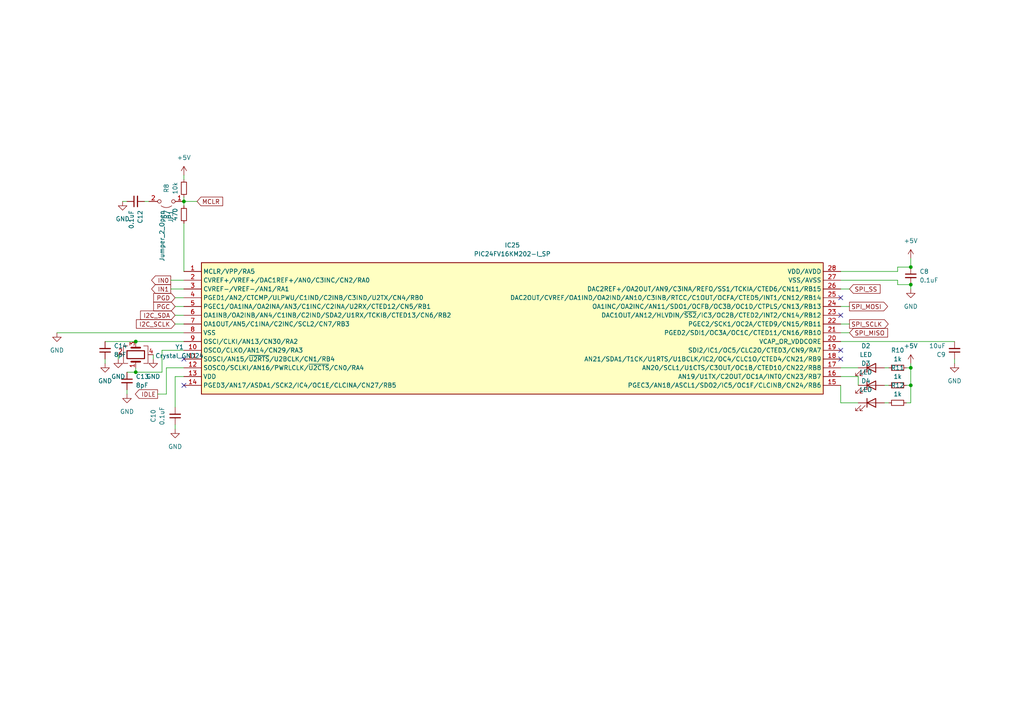
<source format=kicad_sch>
(kicad_sch (version 20230121) (generator eeschema)
  (paper "A4")
  (lib_symbols
    (symbol "Device:C_Small" (pin_numbers hide) (pin_names (offset 0.254) hide)
      (property "Reference" "C" (at 0.254 1.778 0))
      (property "Value" "C_Small" (at 0.254 -2.032 0))
      (symbol "C_Small_0_1"
        (polyline (pts (xy -1.524 -0.508) (xy 1.524 -0.508)) (stroke (width 0.3302)))
        (polyline (pts (xy -1.524 0.508) (xy 1.524 0.508)) (stroke (width 0.3048)))
      )
      (symbol "C_Small_1_1"
        (pin passive line (at 0 2.54 270) (length 2.032) (name "~") (number "1"))
        (pin passive line (at 0 -2.54 90) (length 2.032) (name "~") (number "2"))
      )
    )
    (symbol "Device:Crystal_GND24" (pin_names (offset 1.016) hide)
      (property "Reference" "Y" (at 3.175 5.08 0))
      (property "Value" "Crystal_GND24" (at 3.175 3.175 0))
      (symbol "Crystal_GND24_0_1"
        (rectangle (start -1.143 2.54) (end 1.143 -2.54) (stroke (width 0.3048)))
        (polyline (pts (xy -2.54 0) (xy -2.032 0)))
        (polyline (pts (xy -2.032 -1.27) (xy -2.032 1.27)) (stroke (width 0.508)))
        (polyline (pts (xy 0 -3.81) (xy 0 -3.556)))
        (polyline (pts (xy 0 3.556) (xy 0 3.81)))
        (polyline (pts (xy 2.032 -1.27) (xy 2.032 1.27)) (stroke (width 0.508)))
        (polyline (pts (xy 2.032 0) (xy 2.54 0)))
        (polyline (pts (xy -2.54 -2.286) (xy -2.54 -3.556) (xy 2.54 -3.556) (xy 2.54 -2.286)))
        (polyline (pts (xy -2.54 2.286) (xy -2.54 3.556) (xy 2.54 3.556) (xy 2.54 2.286)))
      )
      (symbol "Crystal_GND24_1_1"
        (pin passive line (at -3.81 0 0) (length 1.27) (name "1") (number "1"))
        (pin passive line (at 0 5.08 270) (length 1.27) (name "2") (number "2"))
        (pin passive line (at 3.81 0 180) (length 1.27) (name "3") (number "3"))
        (pin passive line (at 0 -5.08 90) (length 1.27) (name "4") (number "4"))
      )
    )
    (symbol "Device:LED" (pin_numbers hide) (pin_names (offset 1.016) hide)
      (property "Reference" "D" (at 0 2.54 0))
      (property "Value" "LED" (at 0 -2.54 0))
      (symbol "LED_0_1"
        (polyline (pts (xy -1.27 -1.27) (xy -1.27 1.27)) (stroke (width 0.254)))
        (polyline (pts (xy -1.27 0) (xy 1.27 0)))
        (polyline (pts (xy 1.27 -1.27) (xy 1.27 1.27) (xy -1.27 0) (xy 1.27 -1.27)) (stroke (width 0.254)))
        (polyline (pts (xy -3.048 -0.762) (xy -4.572 -2.286) (xy -3.81 -2.286) (xy -4.572 -2.286) (xy -4.572 -1.524)))
        (polyline (pts (xy -1.778 -0.762) (xy -3.302 -2.286) (xy -2.54 -2.286) (xy -3.302 -2.286) (xy -3.302 -1.524)))
      )
      (symbol "LED_1_1"
        (pin passive line (at -3.81 0 0) (length 2.54) (name "K") (number "1"))
        (pin passive line (at 3.81 0 180) (length 2.54) (name "A") (number "2"))
      )
    )
    (symbol "Device:R_Small" (pin_numbers hide) (pin_names (offset 0.254) hide)
      (property "Reference" "R" (at 0.762 0.508 0))
      (property "Value" "R_Small" (at 0.762 -1.016 0))
      (symbol "R_Small_0_1"
        (rectangle (start -0.762 1.778) (end 0.762 -1.778) (stroke (width 0.2032)))
      )
      (symbol "R_Small_1_1"
        (pin passive line (at 0 2.54 270) (length 0.762) (name "~") (number "1"))
        (pin passive line (at 0 -2.54 90) (length 0.762) (name "~") (number "2"))
      )
    )
    (symbol "Jumper:Jumper_2_Open" (pin_names (offset 0) hide)
      (property "Reference" "JP" (at 0 2.794 0))
      (property "Value" "Jumper_2_Open" (at 0 -2.286 0))
      (symbol "Jumper_2_Open_0_0"
        (circle (center -2.032 0) (radius 0.508))
        (circle (center 2.032 0) (radius 0.508))
      )
      (symbol "Jumper_2_Open_0_1"
        (arc (start 1.524 1.27) (mid 0 1.778) (end -1.524 1.27))
      )
      (symbol "Jumper_2_Open_1_1"
        (pin passive line (at -5.08 0 0) (length 2.54) (name "A") (number "1"))
        (pin passive line (at 5.08 0 180) (length 2.54) (name "B") (number "2"))
      )
    )
    (symbol "PIC24FV16KM202-I_SP:PIC24FV16KM202-I_SP"
      (property "Reference" "IC" (at 186.69 7.62 0))
      (property "Value" "PIC24FV16KM202-I_SP" (at 186.69 5.08 0))
      (symbol "PIC24FV16KM202-I_SP_1_1"
        (rectangle (start 5.08 2.54) (end 185.42 -35.56) (stroke (width 0.254)) (fill (type background)))
        (pin passive line (at 0 0 0) (length 5.08) (name "MCLR/VPP/RA5") (number "1"))
        (pin bidirectional line (at 0 -22.86 0) (length 5.08) (name "OSCO/CLKO/AN14/CN29/RA3") (number "10"))
        (pin bidirectional line (at 0 -25.4 0) (length 5.08) (name "SOSCI/AN15/~{U2RTS}/U2BCLK/CN1/RB4") (number "11"))
        (pin bidirectional line (at 0 -27.94 0) (length 5.08) (name "SOSCO/SCLKI/AN16/PWRLCLK/~{U2CTS}/CN0/RA4") (number "12"))
        (pin power_in line (at 0 -30.48 0) (length 5.08) (name "VDD") (number "13"))
        (pin bidirectional line (at 0 -33.02 0) (length 5.08) (name "PGED3/AN17/ASDA1/SCK2/IC4/OC1E/CLCINA/CN27/RB5") (number "14"))
        (pin bidirectional line (at 190.5 -33.02 180) (length 5.08) (name "PGEC3/AN18/ASCL1/SDO2/IC5/OC1F/CLCINB/CN24/RB6") (number "15"))
        (pin bidirectional line (at 190.5 -30.48 180) (length 5.08) (name "AN19/U1TX/C2OUT/OC1A/INT0/CN23/RB7") (number "16"))
        (pin bidirectional line (at 190.5 -27.94 180) (length 5.08) (name "AN20/SCL1/U1CTS/C3OUT/OC1B/CTED10/CN22/RB8") (number "17"))
        (pin bidirectional line (at 190.5 -25.4 180) (length 5.08) (name "AN21/SDA1/T1CK/U1RTS/U1BCLK/IC2/OC4/CLC1O/CTED4/CN21/RB9") (number "18"))
        (pin bidirectional line (at 190.5 -22.86 180) (length 5.08) (name "SDI2/IC1/OC5/CLC2O/CTED3/CN9/RA7") (number "19"))
        (pin bidirectional line (at 0 -2.54 0) (length 5.08) (name "CVREF+/VREF+/DAC1REF+/AN0/C3INC/CN2/RA0") (number "2"))
        (pin passive line (at 190.5 -20.32 180) (length 5.08) (name "VCAP_OR_VDDCORE") (number "20"))
        (pin bidirectional line (at 190.5 -17.78 180) (length 5.08) (name "PGED2/SDI1/OC3A/OC1C/CTED11/CN16/RB10") (number "21"))
        (pin bidirectional line (at 190.5 -15.24 180) (length 5.08) (name "PGEC2/SCK1/OC2A/CTED9/CN15/RB11") (number "22"))
        (pin bidirectional line (at 190.5 -12.7 180) (length 5.08) (name "DAC1OUT/AN12/HLVDIN/~{SS2}/IC3/OC2B/CTED2/INT2/CN14/RB12") (number "23"))
        (pin bidirectional line (at 190.5 -10.16 180) (length 5.08) (name "OA1INC/OA2INC/AN11/SDO1/OCFB/OC3B/OC1D/CTPLS/CN13/RB13") (number "24"))
        (pin bidirectional line (at 190.5 -7.62 180) (length 5.08) (name "DAC2OUT/CVREF/OA1IND/OA2IND/AN10/C3INB/RTCC/C1OUT/OCFA/CTED5/INT1/CN12/RB14") (number "25"))
        (pin bidirectional line (at 190.5 -5.08 180) (length 5.08) (name "DAC2REF+/OA2OUT/AN9/C3INA/REFO/SS1/TCKIA/CTED6/CN11/RB15") (number "26"))
        (pin power_in line (at 190.5 -2.54 180) (length 5.08) (name "VSS/AVSS") (number "27"))
        (pin power_in line (at 190.5 0 180) (length 5.08) (name "VDD/AVDD") (number "28"))
        (pin bidirectional line (at 0 -5.08 0) (length 5.08) (name "CVREF-/VREF-/AN1/RA1") (number "3"))
        (pin bidirectional line (at 0 -7.62 0) (length 5.08) (name "PGED1/AN2/CTCMP/ULPWU/C1IND/C2INB/C3IND/U2TX/CN4/RB0") (number "4"))
        (pin bidirectional line (at 0 -10.16 0) (length 5.08) (name "PGEC1/OA1INA/OA2INA/AN3/C1INC/C2INA/U2RX/CTED12/CN5/RB1") (number "5"))
        (pin bidirectional line (at 0 -12.7 0) (length 5.08) (name "OA1INB/OA2INB/AN4/C1INB/C2IND/SDA2/U1RX/TCKIB/CTED13/CN6/RB2") (number "6"))
        (pin bidirectional line (at 0 -15.24 0) (length 5.08) (name "OA1OUT/AN5/C1INA/C2INC/SCL2/CN7/RB3") (number "7"))
        (pin power_in line (at 0 -17.78 0) (length 5.08) (name "VSS") (number "8"))
        (pin bidirectional line (at 0 -20.32 0) (length 5.08) (name "OSCI/CLKI/AN13/CN30/RA2") (number "9"))
      )
    )
    (symbol "power:+5V" (power) (pin_names (offset 0))
      (property "Value" "+5V" (at 0 3.556 0))
      (symbol "+5V_0_1"
        (polyline (pts (xy -0.762 1.27) (xy 0 2.54)))
        (polyline (pts (xy 0 0) (xy 0 2.54)))
        (polyline (pts (xy 0 2.54) (xy 0.762 1.27)))
      )
      (symbol "+5V_1_1"
        (pin power_in line (at 0 0 90) (length 0) hide (name "+5V") (number "1"))
      )
    )
    (symbol "power:GND" (power) (pin_names (offset 0))
      (property "Value" "GND" (at 0 -3.81 0))
      (symbol "GND_0_1"
        (polyline (pts (xy 0 0) (xy 0 -1.27) (xy 1.27 -1.27) (xy 0 -2.54) (xy -1.27 -1.27) (xy 0 -1.27)))
      )
      (symbol "GND_1_1"
        (pin power_in line (at 0 0 270) (length 0) hide (name "GND") (number "1"))
      )
    )
  )
  (junction (at 53.34 58.42))
  (junction (at 39.37 99.06))
  (junction (at 264.16 111.76))
  (junction (at 264.16 106.68))
  (junction (at 264.16 77.47))
  (junction (at 39.37 107.95))
  (junction (at 264.16 82.55))
  (no_connect (at 243.84 104.14))
  (no_connect (at 53.34 111.76))
  (no_connect (at 243.84 101.6))
  (no_connect (at 53.34 104.14))
  (no_connect (at 243.84 91.44))
  (no_connect (at 243.84 86.36))
  (wire (pts (xy 49.53 83.82) (xy 53.34 83.82)))
  (wire (pts (xy 30.48 99.06) (xy 39.37 99.06)))
  (wire (pts (xy 260.35 82.55) (xy 264.16 82.55)))
  (wire (pts (xy 44.45 102.87) (xy 44.45 104.14)))
  (wire (pts (xy 243.84 116.84) (xy 248.92 116.84)))
  (wire (pts (xy 39.37 106.68) (xy 39.37 107.95)))
  (wire (pts (xy 243.84 106.68) (xy 248.92 106.68)))
  (wire (pts (xy 243.84 81.28) (xy 260.35 81.28)))
  (wire (pts (xy 243.84 99.06) (xy 276.86 99.06)))
  (wire (pts (xy 264.16 74.93) (xy 264.16 77.47)))
  (wire (pts (xy 45.72 114.3) (xy 48.26 114.3)))
  (wire (pts (xy 262.89 116.84) (xy 264.16 116.84)))
  (wire (pts (xy 39.37 107.95) (xy 46.99 107.95)))
  (wire (pts (xy 50.8 118.11) (xy 50.8 109.22)))
  (wire (pts (xy 50.8 93.98) (xy 53.34 93.98)))
  (wire (pts (xy 49.53 81.28) (xy 53.34 81.28)))
  (wire (pts (xy 248.92 109.22) (xy 248.92 111.76)))
  (wire (pts (xy 46.99 101.6) (xy 53.34 101.6)))
  (wire (pts (xy 16.51 96.52) (xy 53.34 96.52)))
  (wire (pts (xy 260.35 77.47) (xy 264.16 77.47)))
  (wire (pts (xy 243.84 111.76) (xy 243.84 116.84)))
  (wire (pts (xy 30.48 104.14) (xy 30.48 105.41)))
  (wire (pts (xy 262.89 106.68) (xy 264.16 106.68)))
  (wire (pts (xy 50.8 109.22) (xy 53.34 109.22)))
  (wire (pts (xy 243.84 93.98) (xy 246.38 93.98)))
  (wire (pts (xy 264.16 82.55) (xy 264.16 83.82)))
  (wire (pts (xy 243.84 78.74) (xy 260.35 78.74)))
  (wire (pts (xy 256.54 106.68) (xy 257.81 106.68)))
  (wire (pts (xy 36.83 58.42) (xy 35.56 58.42)))
  (wire (pts (xy 53.34 58.42) (xy 53.34 59.69)))
  (wire (pts (xy 48.26 106.68) (xy 53.34 106.68)))
  (wire (pts (xy 36.83 107.95) (xy 39.37 107.95)))
  (wire (pts (xy 276.86 104.14) (xy 276.86 105.41)))
  (wire (pts (xy 53.34 64.77) (xy 53.34 78.74)))
  (wire (pts (xy 246.38 96.52) (xy 243.84 96.52)))
  (wire (pts (xy 246.38 83.82) (xy 243.84 83.82)))
  (wire (pts (xy 43.18 58.42) (xy 41.91 58.42)))
  (wire (pts (xy 39.37 99.06) (xy 53.34 99.06)))
  (wire (pts (xy 48.26 106.68) (xy 48.26 114.3)))
  (wire (pts (xy 256.54 111.76) (xy 257.81 111.76)))
  (wire (pts (xy 264.16 111.76) (xy 264.16 116.84)))
  (wire (pts (xy 260.35 77.47) (xy 260.35 78.74)))
  (wire (pts (xy 53.34 58.42) (xy 57.15 58.42)))
  (wire (pts (xy 243.84 109.22) (xy 248.92 109.22)))
  (wire (pts (xy 50.8 91.44) (xy 53.34 91.44)))
  (wire (pts (xy 246.38 88.9) (xy 243.84 88.9)))
  (wire (pts (xy 50.8 123.19) (xy 50.8 124.46)))
  (wire (pts (xy 260.35 81.28) (xy 260.35 82.55)))
  (wire (pts (xy 36.83 113.03) (xy 36.83 114.3)))
  (wire (pts (xy 264.16 106.68) (xy 264.16 111.76)))
  (wire (pts (xy 50.8 86.36) (xy 53.34 86.36)))
  (wire (pts (xy 53.34 57.15) (xy 53.34 58.42)))
  (wire (pts (xy 50.8 88.9) (xy 53.34 88.9)))
  (wire (pts (xy 262.89 111.76) (xy 264.16 111.76)))
  (wire (pts (xy 34.29 102.87) (xy 34.29 104.14)))
  (wire (pts (xy 256.54 116.84) (xy 257.81 116.84)))
  (wire (pts (xy 46.99 107.95) (xy 46.99 101.6)))
  (wire (pts (xy 264.16 105.41) (xy 264.16 106.68)))
  (wire (pts (xy 53.34 52.07) (xy 53.34 50.8)))
  (global_label "I2C_SCLK" (shape input) (at 50.8 93.98 180) (property "Intersheetrefs" "${INTERSHEET_REFS}" (effects hide)))
  (global_label "I2C_SDA" (shape input) (at 50.8 91.44 180) (property "Intersheetrefs" "${INTERSHEET_REFS}" (effects hide)))
  (global_label "SPI_MOSI" (shape output) (at 246.38 88.9 0) (property "Intersheetrefs" "${INTERSHEET_REFS}" (effects hide)))
  (global_label "IN0" (shape output) (at 49.53 81.28 180) (property "Intersheetrefs" "${INTERSHEET_REFS}" (effects hide)))
  (global_label "SPI_MISO" (shape input) (at 246.38 96.52 0) (property "Intersheetrefs" "${INTERSHEET_REFS}" (effects hide)))
  (global_label "IDLE" (shape output) (at 45.72 114.3 180) (property "Intersheetrefs" "${INTERSHEET_REFS}" (effects hide)))
  (global_label "IN1" (shape output) (at 49.53 83.82 180) (property "Intersheetrefs" "${INTERSHEET_REFS}" (effects hide)))
  (global_label "SPI_SCLK" (shape output) (at 246.38 93.98 0) (property "Intersheetrefs" "${INTERSHEET_REFS}" (effects hide)))
  (global_label "SPI_SS" (shape input) (at 246.38 83.82 0) (property "Intersheetrefs" "${INTERSHEET_REFS}" (effects hide)))
  (global_label "MCLR" (shape input) (at 57.15 58.42 0) (property "Intersheetrefs" "${INTERSHEET_REFS}" (effects hide)))
  (global_label "PGD" (shape input) (at 50.8 86.36 180) (property "Intersheetrefs" "${INTERSHEET_REFS}" (effects hide)))
  (global_label "PGC" (shape input) (at 50.8 88.9 180) (property "Intersheetrefs" "${INTERSHEET_REFS}" (effects hide)))
  (symbol (lib_id "power:+5V") (at 264.16 105.41 0) (unit 1)
    (property "Reference" "#PWR053" (effects hide))
    (property "Value" "+5V" (at 264.16 100.33 0))
  )
  (symbol (lib_id "Device:R_Small") (at 53.34 54.61 0) (unit 1)
    (property "Reference" "R8" (at 48.26 54.61 90))
    (property "Value" "10k" (at 50.8 54.61 90))
    (property "Footprint" "Resistor_SMD:R_0805_2012Metric_Pad1.20x1.40mm_HandSolder" (effects hide))
    (instances (project "Resistor Bank Control Board" (path "" (reference "R8") (unit 1)) (path "" (reference "R7") (unit 1))))
  )
  (symbol (lib_id "Device:R_Small") (at 260.35 106.68 90) (unit 1)
    (property "Reference" "R10" (at 260.35 101.6 90))
    (property "Value" "1k" (at 260.35 104.14 90))
    (property "Footprint" "Resistor_SMD:R_0805_2012Metric_Pad1.20x1.40mm_HandSolder" (effects hide))
  )
  (symbol (lib_id "Jumper:Jumper_2_Open") (at 48.26 58.42 180) (unit 1)
    (property "Reference" "JP1" (at 49.53 60.96 90) (effects (justify left)))
    (property "Value" "Jumper_2_Open" (at 46.99 60.96 90) (effects (justify left)))
    (property "Footprint" "Library:HDRV2W67P0X254_1X2_508X241X858P" (effects hide))
  )
  (symbol (lib_id "power:+5V") (at 53.34 50.8 0) (unit 1)
    (property "Reference" "#PWR050" (effects hide))
    (property "Value" "+5V" (at 53.34 45.72 0))
  )
  (symbol (lib_id "Device:R_Small") (at 260.35 116.84 90) (unit 1)
    (property "Reference" "R12" (at 260.35 111.76 90))
    (property "Value" "1k" (at 260.35 114.3 90))
    (property "Footprint" "Resistor_SMD:R_0805_2012Metric_Pad1.20x1.40mm_HandSolder" (effects hide))
  )
  (symbol (lib_id "Device:LED") (at 252.73 106.68 0) (unit 1)
    (property "Reference" "D2" (at 251.1425 100.33 0))
    (property "Value" "LED" (at 251.1425 102.87 0))
    (property "Footprint" "LED_SMD:LED_0805_2012Metric_Pad1.15x1.40mm_HandSolder" (effects hide))
  )
  (symbol (lib_id "Device:R_Small") (at 260.35 111.76 90) (unit 1)
    (property "Reference" "R11" (at 260.35 106.68 90))
    (property "Value" "1k" (at 260.35 109.22 90))
    (property "Footprint" "Resistor_SMD:R_0805_2012Metric_Pad1.20x1.40mm_HandSolder" (effects hide))
  )
  (symbol (lib_id "power:GND") (at 30.48 105.41 0) (unit 1)
    (property "Reference" "#PWR051" (effects hide))
    (property "Value" "GND" (at 30.48 110.49 0))
  )
  (symbol (lib_id "Device:C_Small") (at 36.83 110.49 0) (unit 1)
    (property "Reference" "C13" (at 39.37 109.2263 0) (effects (justify left)))
    (property "Value" "8pF" (at 39.37 111.7663 0) (effects (justify left)))
    (property "Footprint" "Capacitor_SMD:C_0805_2012Metric_Pad1.18x1.45mm_HandSolder" (effects hide))
  )
  (symbol (lib_id "power:GND") (at 35.56 58.42 0) (unit 1)
    (property "Reference" "#PWR049" (effects hide))
    (property "Value" "GND" (at 35.56 63.5 0))
  )
  (symbol (lib_id "power:GND") (at 44.45 104.14 0) (unit 1)
    (property "Reference" "#PWR064" (effects hide))
    (property "Value" "GND" (at 44.45 109.22 0))
  )
  (symbol (lib_id "Device:LED") (at 252.73 116.84 0) (unit 1)
    (property "Reference" "D4" (at 251.1425 110.49 0))
    (property "Value" "LED" (at 251.1425 113.03 0))
    (property "Footprint" "LED_SMD:LED_0805_2012Metric_Pad1.15x1.40mm_HandSolder" (effects hide))
  )
  (symbol (lib_id "Device:C_Small") (at 50.8 120.65 180) (unit 1)
    (property "Reference" "C10" (at 44.45 120.6437 90))
    (property "Value" "0.1uF" (at 46.99 120.6437 90))
    (property "Footprint" "Capacitor_SMD:C_0805_2012Metric_Pad1.18x1.45mm_HandSolder" (effects hide))
  )
  (symbol (lib_id "power:GND") (at 50.8 124.46 0) (unit 1)
    (property "Reference" "#PWR057" (effects hide))
    (property "Value" "GND" (at 50.8 129.54 0))
  )
  (symbol (lib_id "Device:Crystal_GND24") (at 39.37 102.87 90) (unit 1)
    (property "Reference" "Y1" (at 52.07 100.6541 90))
    (property "Value" "Crystal_GND24" (at 52.07 103.1941 90))
    (property "Footprint" "Library:ABM8G" (effects hide))
  )
  (symbol (lib_id "Device:C_Small") (at 39.37 58.42 90) (unit 1)
    (property "Reference" "C12" (at 40.6464 60.96 0) (effects (justify right)))
    (property "Value" "0.1uF" (at 38.1064 60.96 0) (effects (justify right)))
    (property "Footprint" "Capacitor_SMD:C_0805_2012Metric_Pad1.18x1.45mm_HandSolder" (effects hide))
    (instances (project "Resistor Bank Control Board" (path "" (reference "C12") (unit 1)) (path "" (reference "C11") (unit 1))))
  )
  (symbol (lib_id "Device:C_Small") (at 276.86 101.6 180) (unit 1)
    (property "Reference" "C9" (at 274.32 102.8637 0) (effects (justify left)))
    (property "Value" "10uF" (at 274.32 100.3237 0) (effects (justify left)))
    (property "Footprint" "Capacitor_SMD:C_0805_2012Metric_Pad1.18x1.45mm_HandSolder" (effects hide))
  )
  (symbol (lib_id "power:+5V") (at 264.16 74.93 0) (unit 1)
    (property "Reference" "#PWR055" (effects hide))
    (property "Value" "+5V" (at 264.16 69.85 0))
  )
  (symbol (lib_id "power:GND") (at 264.16 83.82 0) (unit 1)
    (property "Reference" "#PWR056" (effects hide))
    (property "Value" "GND" (at 264.16 88.9 0))
  )
  (symbol (lib_id "power:GND") (at 34.29 104.14 0) (unit 1)
    (property "Reference" "#PWR065" (effects hide))
    (property "Value" "GND" (at 34.29 109.22 0))
  )
  (symbol (lib_id "Device:C_Small") (at 30.48 101.6 180) (unit 1)
    (property "Reference" "C14" (at 33.02 100.3236 0) (effects (justify right)))
    (property "Value" "8pF" (at 33.02 102.8636 0) (effects (justify right)))
    (property "Footprint" "Capacitor_SMD:C_0805_2012Metric_Pad1.18x1.45mm_HandSolder" (effects hide))
    (instances (project "Resistor Bank Control Board" (path "" (reference "C14") (unit 1)) (path "" (reference "C12") (unit 1))))
  )
  (symbol (lib_id "power:GND") (at 276.86 105.41 0) (unit 1)
    (property "Reference" "#PWR054" (effects hide))
    (property "Value" "GND" (at 276.86 110.49 0))
  )
  (symbol (lib_id "Device:LED") (at 252.73 111.76 0) (unit 1)
    (property "Reference" "D3" (at 251.1425 105.41 0))
    (property "Value" "LED" (at 251.1425 107.95 0))
    (property "Footprint" "LED_SMD:LED_0805_2012Metric_Pad1.15x1.40mm_HandSolder" (effects hide))
  )
  (symbol (lib_id "power:GND") (at 16.51 96.52 0) (unit 1)
    (property "Reference" "#PWR058" (effects hide))
    (property "Value" "GND" (at 16.51 101.6 0))
  )
  (symbol (lib_id "power:GND") (at 36.83 114.3 0) (unit 1)
    (property "Reference" "#PWR052" (effects hide))
    (property "Value" "GND" (at 36.83 119.38 0))
  )
  (symbol (lib_id "Device:C_Small") (at 264.16 80.01 0) (unit 1)
    (property "Reference" "C8" (at 266.7 78.7463 0) (effects (justify left)))
    (property "Value" "0.1uF" (at 266.7 81.2863 0) (effects (justify left)))
    (property "Footprint" "Capacitor_SMD:C_0805_2012Metric_Pad1.18x1.45mm_HandSolder" (effects hide))
  )
  (symbol (lib_id "Device:R_Small") (at 53.34 62.23 180) (unit 1)
    (property "Reference" "R7" (at 48.26 62.23 90))
    (property "Value" "470" (at 50.8 62.23 90))
    (property "Footprint" "Resistor_SMD:R_0805_2012Metric_Pad1.20x1.40mm_HandSolder" (effects hide))
    (instances (project "Resistor Bank Control Board" (path "" (reference "R7") (unit 1)) (path "" (reference "R8") (unit 1))))
  )
  (symbol (lib_id "PIC24FV16KM202-I_SP:PIC24FV16KM202-I_SP") (at 53.34 78.74 0) (unit 1)
    (property "Reference" "IC25" (at 148.59 71.12 0))
    (property "Value" "PIC24FV16KM202-I_SP" (at 148.59 73.66 0))
    (property "Footprint" "Library:DIP794W56P254L3486H508Q28N" (effects hide))
    (property "Datasheet" "https://datasheet.datasheetarchive.com/originals/distributors/Datasheets-DGA25/1726832.pdf" (effects hide))
    (property "Height" "5.08" (effects hide))
    (property "Mouser Part Number" "579-24FV16KM202I/SP" (effects hide))
    (property "Mouser Price/Stock" "https://www.mouser.co.uk/ProductDetail/Microchip-Technology/PIC24FV16KM202-I-SP?qs=AU9dwobXBbCLsrF9G2AkZw%3D%3D" (effects hide))
    (property "Manufacturer_Name" "Microchip" (effects hide))
    (property "Manufacturer_Part_Number" "PIC24FV16KM202-I/SP" (effects hide))
  )
)
</source>
